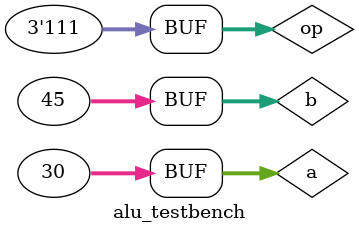
<source format=v>
`define DELAY 20
module alu_testbench();
reg [31:0] a, b;
reg [2:0] op;
wire [31:0] r;

alu _alu(r, a, b, op);

initial begin
a = 32'd25; b = 32'd15; op = 3'b000;
#`DELAY;
op = 3'b001;
#`DELAY;
op = 3'b010;
#`DELAY;
op = 3'b011;
#`DELAY;
op = 3'b100;
#`DELAY;
op = 3'b101;
#`DELAY;
op = 3'b110;
#`DELAY;
op = 3'b111;
#`DELAY;
a = 32'd30; b = 32'd45; op = 3'b000;
#`DELAY;
op = 3'b001;
#`DELAY;
op = 3'b010;
#`DELAY;
op = 3'b011;
#`DELAY;
op = 3'b100;
#`DELAY;
op = 3'b101;
#`DELAY;
op = 3'b110;
#`DELAY;
op = 3'b111;
#`DELAY;
end

initial 
begin
$monitor("time = %2d\na = %32b\nb = %32b\nop code = %3b\nresult = %32b\n", $time, a, b, op, r);
end
endmodule

</source>
